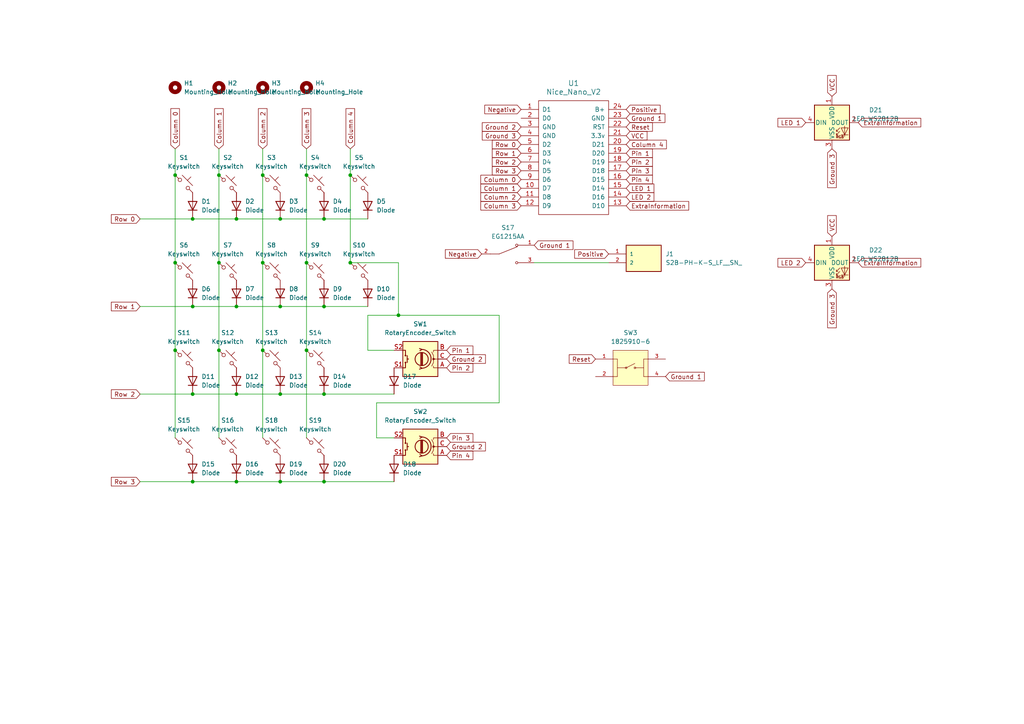
<source format=kicad_sch>
(kicad_sch (version 20230121) (generator eeschema)
  (paper "A4")
  (lib_symbols
    (symbol "1825910-6:1825910-6" (pin_names (offset 1.016))
      (property "Reference" "SW" (at -5.0897 5.8532 0))
      (property "Value" "1825910-6" (at -5.0883 -7.6325 0))
      (symbol "1825910-6_0_0"
        (rectangle (start -5.08 -5.08) (end 5.08 5.08) (stroke (width 0.127)) (fill (type background)))
        (circle (center -1.27 0) (radius 0.254) (stroke (width 0.127)))
        (polyline (pts (xy -5.08 2.54) (xy -3.81 2.54)) (stroke (width 0.127)))
        (polyline (pts (xy -3.81 -2.54) (xy -5.08 -2.54)) (stroke (width 0.127)))
        (polyline (pts (xy -3.81 0) (xy -3.81 -2.54)) (stroke (width 0.127)))
        (polyline (pts (xy -3.81 0) (xy -1.27 0)) (stroke (width 0.127)))
        (polyline (pts (xy -3.81 2.54) (xy -3.81 0)) (stroke (width 0.127)))
        (polyline (pts (xy -1.27 0) (xy 1.27 1.27)) (stroke (width 0.127)))
        (polyline (pts (xy 1.27 0) (xy 3.81 0)) (stroke (width 0.127)))
        (polyline (pts (xy 3.81 -2.54) (xy 5.08 -2.54)) (stroke (width 0.127)))
        (polyline (pts (xy 3.81 0) (xy 3.81 -2.54)) (stroke (width 0.127)))
        (polyline (pts (xy 3.81 0) (xy 3.81 2.54)) (stroke (width 0.127)))
        (polyline (pts (xy 3.81 2.54) (xy 5.08 2.54)) (stroke (width 0.127)))
        (circle (center 1.27 0) (radius 0.254) (stroke (width 0.127)))
        (pin passive line (at -10.16 2.54 0) (length 5.08) (name "~") (number "1"))
        (pin passive line (at -10.16 -2.54 0) (length 5.08) (name "~") (number "2"))
        (pin passive line (at 10.16 2.54 180) (length 5.08) (name "~") (number "3"))
        (pin passive line (at 10.16 -2.54 180) (length 5.08) (name "~") (number "4"))
      )
    )
    (symbol "Device:RotaryEncoder_Switch" (pin_names (offset 0.254) hide)
      (property "Reference" "SW" (at 0 6.604 0))
      (property "Value" "RotaryEncoder_Switch" (at 0 -6.604 0))
      (symbol "RotaryEncoder_Switch_0_1"
        (rectangle (start -5.08 5.08) (end 5.08 -5.08) (stroke (width 0.254)) (fill (type background)))
        (circle (center -3.81 0) (radius 0.254) (fill (type outline)))
        (circle (center -0.381 0) (radius 1.905) (stroke (width 0.254)))
        (arc (start -0.381 2.667) (mid -3.0988 -0.0635) (end -0.381 -2.794) (stroke (width 0.254)))
        (polyline (pts (xy -0.635 -1.778) (xy -0.635 1.778)) (stroke (width 0.254)))
        (polyline (pts (xy -0.381 -1.778) (xy -0.381 1.778)) (stroke (width 0.254)))
        (polyline (pts (xy -0.127 1.778) (xy -0.127 -1.778)) (stroke (width 0.254)))
        (polyline (pts (xy 3.81 0) (xy 3.429 0)) (stroke (width 0.254)))
        (polyline (pts (xy 3.81 1.016) (xy 3.81 -1.016)) (stroke (width 0.254)))
        (polyline (pts (xy -5.08 -2.54) (xy -3.81 -2.54) (xy -3.81 -2.032)))
        (polyline (pts (xy -5.08 2.54) (xy -3.81 2.54) (xy -3.81 2.032)))
        (polyline (pts (xy 0.254 -3.048) (xy -0.508 -2.794) (xy 0.127 -2.413)) (stroke (width 0.254)))
        (polyline (pts (xy 0.254 2.921) (xy -0.508 2.667) (xy 0.127 2.286)) (stroke (width 0.254)))
        (polyline (pts (xy 5.08 -2.54) (xy 4.318 -2.54) (xy 4.318 -1.016)) (stroke (width 0.254)))
        (polyline (pts (xy 5.08 2.54) (xy 4.318 2.54) (xy 4.318 1.016)) (stroke (width 0.254)))
        (polyline (pts (xy -5.08 0) (xy -3.81 0) (xy -3.81 -1.016) (xy -3.302 -2.032)))
        (polyline (pts (xy -4.318 0) (xy -3.81 0) (xy -3.81 1.016) (xy -3.302 2.032)))
        (circle (center 4.318 -1.016) (radius 0.127) (stroke (width 0.254)))
        (circle (center 4.318 1.016) (radius 0.127) (stroke (width 0.254)))
      )
      (symbol "RotaryEncoder_Switch_1_1"
        (pin passive line (at -7.62 2.54 0) (length 2.54) (name "A") (number "A"))
        (pin passive line (at -7.62 -2.54 0) (length 2.54) (name "B") (number "B"))
        (pin passive line (at -7.62 0 0) (length 2.54) (name "C") (number "C"))
        (pin passive line (at 7.62 2.54 180) (length 2.54) (name "S1") (number "S1"))
        (pin passive line (at 7.62 -2.54 180) (length 2.54) (name "S2") (number "S2"))
      )
    )
    (symbol "EG1215AA:EG1215AA" (pin_names (offset 1.016))
      (property "Reference" "S" (at -2.54 5.08 0))
      (property "Value" "EG1215AA" (at -2.54 -5.08 0))
      (symbol "EG1215AA_0_0"
        (polyline (pts (xy -2.54 0) (xy -5.08 0)) (stroke (width 0.1524)))
        (polyline (pts (xy -2.54 0) (xy 2.794 2.1336)) (stroke (width 0.1524)))
        (polyline (pts (xy 5.08 -2.54) (xy 2.921 -2.54)) (stroke (width 0.1524)))
        (polyline (pts (xy 5.08 2.54) (xy 2.921 2.54)) (stroke (width 0.1524)))
        (circle (center 2.54 -2.54) (radius 0.3302) (stroke (width 0.1524)))
        (circle (center 2.54 2.54) (radius 0.3302) (stroke (width 0.1524)))
        (pin passive line (at 7.62 2.54 180) (length 2.54) (name "~") (number "1"))
        (pin passive line (at -7.62 0 0) (length 2.54) (name "~") (number "2"))
        (pin passive line (at 7.62 -2.54 180) (length 2.54) (name "~") (number "3"))
      )
    )
    (symbol "S2B-PH-K-S_LF__SN_:S2B-PH-K-S_LF__SN_" (pin_names (offset 1.016))
      (property "Reference" "J" (at -5.08 3.302 0))
      (property "Value" "S2B-PH-K-S_LF__SN_" (at -5.08 -7.62 0))
      (symbol "S2B-PH-K-S_LF__SN__0_0"
        (rectangle (start -5.08 -5.08) (end 5.08 2.54) (stroke (width 0.254)) (fill (type background)))
        (pin passive line (at -10.16 0 0) (length 5.08) (name "1") (number "1"))
        (pin passive line (at -10.16 -2.54 0) (length 5.08) (name "2") (number "2"))
      )
    )
    (symbol "ScottoKeebs:LED_WS2812B" (pin_names (offset 0.254))
      (property "Reference" "D" (at 5.08 5.715 0))
      (property "Value" "LED_WS2812B" (at 1.27 -5.715 0))
      (symbol "LED_WS2812B_0_0"
        (text "RGB" (at 2.286 -4.191 0) (effects (font (size 0.762 0.762))))
      )
      (symbol "LED_WS2812B_0_1"
        (polyline (pts (xy 1.27 -3.556) (xy 1.778 -3.556)))
        (polyline (pts (xy 1.27 -2.54) (xy 1.778 -2.54)))
        (polyline (pts (xy 4.699 -3.556) (xy 2.667 -3.556)))
        (polyline (pts (xy 2.286 -2.54) (xy 1.27 -3.556) (xy 1.27 -3.048)))
        (polyline (pts (xy 2.286 -1.524) (xy 1.27 -2.54) (xy 1.27 -2.032)))
        (polyline (pts (xy 3.683 -1.016) (xy 3.683 -3.556) (xy 3.683 -4.064)))
        (polyline (pts (xy 4.699 -1.524) (xy 2.667 -1.524) (xy 3.683 -3.556) (xy 4.699 -1.524)))
        (rectangle (start 5.08 5.08) (end -5.08 -5.08) (stroke (width 0.254)) (fill (type background)))
      )
      (symbol "LED_WS2812B_1_1"
        (pin power_in line (at 0 7.62 270) (length 2.54) (name "VDD") (number "1"))
        (pin output line (at 7.62 0 180) (length 2.54) (name "DOUT") (number "2"))
        (pin power_in line (at 0 -7.62 90) (length 2.54) (name "VSS") (number "3"))
        (pin input line (at -7.62 0 0) (length 2.54) (name "DIN") (number "4"))
      )
    )
    (symbol "ScottoKeebs:MCU_Nice_Nano_V2" (pin_names (offset 1.016))
      (property "Reference" "U" (at 0 0 0))
      (property "Value" "Nice_Nano_V2" (at 0 -19.05 0))
      (symbol "MCU_Nice_Nano_V2_0_1"
        (rectangle (start -10.16 16.51) (end 10.16 -16.51))
      )
      (symbol "MCU_Nice_Nano_V2_1_1"
        (pin input line (at -15.24 13.97 0) (length 5.08) (name "D1") (number "1"))
        (pin input line (at -15.24 -8.89 0) (length 5.08) (name "D7") (number "10"))
        (pin input line (at -15.24 -11.43 0) (length 5.08) (name "D8") (number "11"))
        (pin input line (at -15.24 -13.97 0) (length 5.08) (name "D9") (number "12"))
        (pin input line (at 15.24 -13.97 180) (length 5.08) (name "D10") (number "13"))
        (pin input line (at 15.24 -11.43 180) (length 5.08) (name "D16") (number "14"))
        (pin input line (at 15.24 -8.89 180) (length 5.08) (name "D14") (number "15"))
        (pin input line (at 15.24 -6.35 180) (length 5.08) (name "D15") (number "16"))
        (pin input line (at 15.24 -3.81 180) (length 5.08) (name "D18") (number "17"))
        (pin input line (at 15.24 -1.27 180) (length 5.08) (name "D19") (number "18"))
        (pin input line (at 15.24 1.27 180) (length 5.08) (name "D20") (number "19"))
        (pin input line (at -15.24 11.43 0) (length 5.08) (name "D0") (number "2"))
        (pin input line (at 15.24 3.81 180) (length 5.08) (name "D21") (number "20"))
        (pin input line (at 15.24 6.35 180) (length 5.08) (name "3.3v") (number "21"))
        (pin input line (at 15.24 8.89 180) (length 5.08) (name "RST") (number "22"))
        (pin input line (at 15.24 11.43 180) (length 5.08) (name "GND") (number "23"))
        (pin input line (at 15.24 13.97 180) (length 5.08) (name "B+") (number "24"))
        (pin input line (at -15.24 8.89 0) (length 5.08) (name "GND") (number "3"))
        (pin input line (at -15.24 6.35 0) (length 5.08) (name "GND") (number "4"))
        (pin input line (at -15.24 3.81 0) (length 5.08) (name "D2") (number "5"))
        (pin input line (at -15.24 1.27 0) (length 5.08) (name "D3") (number "6"))
        (pin input line (at -15.24 -1.27 0) (length 5.08) (name "D4") (number "7"))
        (pin input line (at -15.24 -3.81 0) (length 5.08) (name "D5") (number "8"))
        (pin input line (at -15.24 -6.35 0) (length 5.08) (name "D6") (number "9"))
      )
    )
    (symbol "ScottoKeebs:Placeholder_Diode" (pin_numbers hide) (pin_names hide)
      (property "Reference" "D" (at 0 2.54 0))
      (property "Value" "Diode" (at 0 -2.54 0))
      (symbol "Placeholder_Diode_0_1"
        (polyline (pts (xy -1.27 1.27) (xy -1.27 -1.27)) (stroke (width 0.254)))
        (polyline (pts (xy 1.27 0) (xy -1.27 0)))
        (polyline (pts (xy 1.27 1.27) (xy 1.27 -1.27) (xy -1.27 0) (xy 1.27 1.27)) (stroke (width 0.254)))
      )
      (symbol "Placeholder_Diode_1_1"
        (pin passive line (at -3.81 0 0) (length 2.54) (name "K") (number "1"))
        (pin passive line (at 3.81 0 180) (length 2.54) (name "A") (number "2"))
      )
    )
    (symbol "ScottoKeebs:Placeholder_Keyswitch" (pin_numbers hide) (pin_names (offset 1.016) hide)
      (property "Reference" "S" (at 3.048 1.016 0))
      (property "Value" "Keyswitch" (at 0 -3.81 0))
      (symbol "Placeholder_Keyswitch_0_1"
        (circle (center -1.1684 1.1684) (radius 0.508))
        (polyline (pts (xy -0.508 2.54) (xy 2.54 -0.508)))
        (polyline (pts (xy 1.016 1.016) (xy 2.032 2.032)))
        (polyline (pts (xy -2.54 2.54) (xy -1.524 1.524) (xy -1.524 1.524)))
        (polyline (pts (xy 1.524 -1.524) (xy 2.54 -2.54) (xy 2.54 -2.54) (xy 2.54 -2.54)))
        (circle (center 1.143 -1.1938) (radius 0.508))
        (pin passive line (at -2.54 2.54 0) (length 0) (name "1") (number "1"))
        (pin passive line (at 2.54 -2.54 180) (length 0) (name "2") (number "2"))
      )
    )
    (symbol "ScottoKeebs:Placeholder_Mounting_Hole" (pin_names (offset 1.016))
      (property "Reference" "H" (at 0 5.08 0))
      (property "Value" "Mounting_Hole" (at 0 3.175 0))
      (symbol "Placeholder_Mounting_Hole_0_1"
        (circle (center 0 0) (radius 1.27) (stroke (width 1.27)))
      )
    )
  )
  (junction (at 68.58 88.9))
  (junction (at 50.8 76.2))
  (junction (at 76.2 76.2))
  (junction (at 50.8 101.6))
  (junction (at 81.28 114.3))
  (junction (at 81.28 88.9))
  (junction (at 55.88 114.3))
  (junction (at 93.98 139.7))
  (junction (at 93.98 63.5))
  (junction (at 68.58 139.7))
  (junction (at 76.2 50.8))
  (junction (at 63.5 76.2))
  (junction (at 88.9 50.8))
  (junction (at 63.5 101.6))
  (junction (at 101.6 76.2))
  (junction (at 55.88 139.7))
  (junction (at 55.88 63.5))
  (junction (at 50.8 50.8))
  (junction (at 101.6 50.8))
  (junction (at 88.9 101.6))
  (junction (at 76.2 101.6))
  (junction (at 88.9 76.2))
  (junction (at 115.57 91.44))
  (junction (at 93.98 114.3))
  (junction (at 93.98 88.9))
  (junction (at 55.88 88.9))
  (junction (at 63.5 50.8))
  (junction (at 68.58 63.5))
  (junction (at 81.28 139.7))
  (junction (at 68.58 114.3))
  (junction (at 81.28 63.5))
  (wire (pts (xy 63.5 43.18) (xy 63.5 50.8)))
  (wire (pts (xy 68.58 88.9) (xy 81.28 88.9)))
  (wire (pts (xy 93.98 88.9) (xy 106.68 88.9)))
  (wire (pts (xy 40.64 88.9) (xy 55.88 88.9)))
  (wire (pts (xy 68.58 63.5) (xy 81.28 63.5)))
  (wire (pts (xy 115.57 76.2) (xy 115.57 91.44)))
  (wire (pts (xy 81.28 139.7) (xy 93.98 139.7)))
  (wire (pts (xy 109.22 116.84) (xy 144.78 116.84)))
  (wire (pts (xy 88.9 43.18) (xy 88.9 50.8)))
  (wire (pts (xy 50.8 43.18) (xy 50.8 50.8)))
  (wire (pts (xy 63.5 76.2) (xy 63.5 101.6)))
  (wire (pts (xy 68.58 114.3) (xy 81.28 114.3)))
  (wire (pts (xy 93.98 139.7) (xy 114.3 139.7)))
  (wire (pts (xy 109.22 127) (xy 114.3 127)))
  (wire (pts (xy 88.9 101.6) (xy 88.9 127)))
  (wire (pts (xy 81.28 114.3) (xy 93.98 114.3)))
  (wire (pts (xy 144.78 91.44) (xy 144.78 116.84)))
  (wire (pts (xy 81.28 63.5) (xy 93.98 63.5)))
  (wire (pts (xy 76.2 101.6) (xy 76.2 127)))
  (wire (pts (xy 40.64 139.7) (xy 55.88 139.7)))
  (wire (pts (xy 101.6 43.18) (xy 101.6 50.8)))
  (wire (pts (xy 106.68 101.6) (xy 114.3 101.6)))
  (wire (pts (xy 88.9 50.8) (xy 88.9 76.2)))
  (wire (pts (xy 76.2 76.2) (xy 76.2 101.6)))
  (wire (pts (xy 63.5 101.6) (xy 63.5 127)))
  (wire (pts (xy 93.98 63.5) (xy 106.68 63.5)))
  (wire (pts (xy 63.5 50.8) (xy 63.5 76.2)))
  (wire (pts (xy 88.9 76.2) (xy 88.9 101.6)))
  (wire (pts (xy 76.2 43.18) (xy 76.2 50.8)))
  (wire (pts (xy 55.88 63.5) (xy 68.58 63.5)))
  (wire (pts (xy 76.2 50.8) (xy 76.2 76.2)))
  (wire (pts (xy 106.68 91.44) (xy 115.57 91.44)))
  (wire (pts (xy 154.94 76.2) (xy 176.53 76.2)))
  (wire (pts (xy 40.64 114.3) (xy 55.88 114.3)))
  (wire (pts (xy 68.58 139.7) (xy 81.28 139.7)))
  (wire (pts (xy 55.88 88.9) (xy 68.58 88.9)))
  (wire (pts (xy 106.68 91.44) (xy 106.68 101.6)))
  (wire (pts (xy 55.88 139.7) (xy 68.58 139.7)))
  (wire (pts (xy 40.64 63.5) (xy 55.88 63.5)))
  (wire (pts (xy 81.28 88.9) (xy 93.98 88.9)))
  (wire (pts (xy 50.8 101.6) (xy 50.8 127)))
  (wire (pts (xy 50.8 76.2) (xy 50.8 101.6)))
  (wire (pts (xy 109.22 116.84) (xy 109.22 127)))
  (wire (pts (xy 93.98 114.3) (xy 114.3 114.3)))
  (wire (pts (xy 115.57 91.44) (xy 144.78 91.44)))
  (wire (pts (xy 101.6 50.8) (xy 101.6 76.2)))
  (wire (pts (xy 55.88 114.3) (xy 68.58 114.3)))
  (wire (pts (xy 101.6 76.2) (xy 115.57 76.2)))
  (wire (pts (xy 50.8 50.8) (xy 50.8 76.2)))
  (global_label "Ground 3" (shape input) (at 241.3 43.18 270) (property "Intersheetrefs" "${INTERSHEET_REFS}" (effects hide)))
  (global_label "Column 1" (shape input) (at 63.5 43.18 90) (property "Intersheetrefs" "${INTERSHEET_REFS}" (effects hide)))
  (global_label "VCC" (shape input) (at 241.3 27.94 90) (property "Intersheetrefs" "${INTERSHEET_REFS}" (effects hide)))
  (global_label "Column 0" (shape input) (at 151.13 52.07 180) (property "Intersheetrefs" "${INTERSHEET_REFS}" (effects hide)))
  (global_label "ExtraInformation" (shape input) (at 248.92 35.56 0) (property "Intersheetrefs" "${INTERSHEET_REFS}" (effects hide)))
  (global_label "Pin 3" (shape input) (at 181.61 49.53 0) (property "Intersheetrefs" "${INTERSHEET_REFS}" (effects hide)))
  (global_label "Ground 1" (shape input) (at 181.61 34.29 0) (property "Intersheetrefs" "${INTERSHEET_REFS}" (effects hide)))
  (global_label "Row 2" (shape input) (at 151.13 46.99 180) (property "Intersheetrefs" "${INTERSHEET_REFS}" (effects hide)))
  (global_label "Row 3" (shape input) (at 40.64 139.7 180) (property "Intersheetrefs" "${INTERSHEET_REFS}" (effects hide)))
  (global_label "Pin 4" (shape input) (at 129.54 132.08 0) (property "Intersheetrefs" "${INTERSHEET_REFS}" (effects hide)))
  (global_label "ExtraInformation" (shape input) (at 248.92 76.2 0) (property "Intersheetrefs" "${INTERSHEET_REFS}" (effects hide)))
  (global_label "Ground 1" (shape input) (at 193.04 109.22 0) (property "Intersheetrefs" "${INTERSHEET_REFS}" (effects hide)))
  (global_label "Negative" (shape input) (at 151.13 31.75 180) (property "Intersheetrefs" "${INTERSHEET_REFS}" (effects hide)))
  (global_label "Row 1" (shape input) (at 151.13 44.45 180) (property "Intersheetrefs" "${INTERSHEET_REFS}" (effects hide)))
  (global_label "ExtraInformation" (shape input) (at 181.61 59.69 0) (property "Intersheetrefs" "${INTERSHEET_REFS}" (effects hide)))
  (global_label "Ground 3" (shape input) (at 151.13 39.37 180) (property "Intersheetrefs" "${INTERSHEET_REFS}" (effects hide)))
  (global_label "Positive" (shape input) (at 176.53 73.66 180) (property "Intersheetrefs" "${INTERSHEET_REFS}" (effects hide)))
  (global_label "Ground 2" (shape input) (at 129.54 104.14 0) (property "Intersheetrefs" "${INTERSHEET_REFS}" (effects hide)))
  (global_label "Column 1" (shape input) (at 151.13 54.61 180) (property "Intersheetrefs" "${INTERSHEET_REFS}" (effects hide)))
  (global_label "Pin 3" (shape input) (at 129.54 127 0) (property "Intersheetrefs" "${INTERSHEET_REFS}" (effects hide)))
  (global_label "LED 1" (shape input) (at 181.61 54.61 0) (property "Intersheetrefs" "${INTERSHEET_REFS}" (effects hide)))
  (global_label "Column 0" (shape input) (at 50.8 43.18 90) (property "Intersheetrefs" "${INTERSHEET_REFS}" (effects hide)))
  (global_label "Pin 4" (shape input) (at 181.61 52.07 0) (property "Intersheetrefs" "${INTERSHEET_REFS}" (effects hide)))
  (global_label "Pin 2" (shape input) (at 129.54 106.68 0) (property "Intersheetrefs" "${INTERSHEET_REFS}" (effects hide)))
  (global_label "Row 0" (shape input) (at 40.64 63.5 180) (property "Intersheetrefs" "${INTERSHEET_REFS}" (effects hide)))
  (global_label "Row 3" (shape input) (at 151.13 49.53 180) (property "Intersheetrefs" "${INTERSHEET_REFS}" (effects hide)))
  (global_label "Pin 1" (shape input) (at 181.61 44.45 0) (property "Intersheetrefs" "${INTERSHEET_REFS}" (effects hide)))
  (global_label "Positive" (shape input) (at 181.61 31.75 0) (property "Intersheetrefs" "${INTERSHEET_REFS}" (effects hide)))
  (global_label "Column 3" (shape input) (at 151.13 59.69 180) (property "Intersheetrefs" "${INTERSHEET_REFS}" (effects hide)))
  (global_label "Column 2" (shape input) (at 76.2 43.18 90) (property "Intersheetrefs" "${INTERSHEET_REFS}" (effects hide)))
  (global_label "Reset" (shape input) (at 181.61 36.83 0) (property "Intersheetrefs" "${INTERSHEET_REFS}" (effects hide)))
  (global_label "Column 4" (shape input) (at 101.6 43.18 90) (property "Intersheetrefs" "${INTERSHEET_REFS}" (effects hide)))
  (global_label "Row 2" (shape input) (at 40.64 114.3 180) (property "Intersheetrefs" "${INTERSHEET_REFS}" (effects hide)))
  (global_label "Column 4" (shape input) (at 181.61 41.91 0) (property "Intersheetrefs" "${INTERSHEET_REFS}" (effects hide)))
  (global_label "Ground 1" (shape input) (at 154.94 71.12 0) (property "Intersheetrefs" "${INTERSHEET_REFS}" (effects hide)))
  (global_label "VCC" (shape input) (at 181.61 39.37 0) (property "Intersheetrefs" "${INTERSHEET_REFS}" (effects hide)))
  (global_label "LED 2" (shape input) (at 181.61 57.15 0) (property "Intersheetrefs" "${INTERSHEET_REFS}" (effects hide)))
  (global_label "Ground 2" (shape input) (at 151.13 36.83 180) (property "Intersheetrefs" "${INTERSHEET_REFS}" (effects hide)))
  (global_label "Row 1" (shape input) (at 40.64 88.9 180) (property "Intersheetrefs" "${INTERSHEET_REFS}" (effects hide)))
  (global_label "Ground 3" (shape input) (at 241.3 83.82 270) (property "Intersheetrefs" "${INTERSHEET_REFS}" (effects hide)))
  (global_label "Pin 1" (shape input) (at 129.54 101.6 0) (property "Intersheetrefs" "${INTERSHEET_REFS}" (effects hide)))
  (global_label "VCC" (shape input) (at 241.3 68.58 90) (property "Intersheetrefs" "${INTERSHEET_REFS}" (effects hide)))
  (global_label "Ground 2" (shape input) (at 129.54 129.54 0) (property "Intersheetrefs" "${INTERSHEET_REFS}" (effects hide)))
  (global_label "LED 2" (shape input) (at 233.68 76.2 180) (property "Intersheetrefs" "${INTERSHEET_REFS}" (effects hide)))
  (global_label "Pin 2" (shape input) (at 181.61 46.99 0) (property "Intersheetrefs" "${INTERSHEET_REFS}" (effects hide)))
  (global_label "Negative" (shape input) (at 139.7 73.66 180) (property "Intersheetrefs" "${INTERSHEET_REFS}" (effects hide)))
  (global_label "Row 0" (shape input) (at 151.13 41.91 180) (property "Intersheetrefs" "${INTERSHEET_REFS}" (effects hide)))
  (global_label "Column 3" (shape input) (at 88.9 43.18 90) (property "Intersheetrefs" "${INTERSHEET_REFS}" (effects hide)))
  (global_label "Column 2" (shape input) (at 151.13 57.15 180) (property "Intersheetrefs" "${INTERSHEET_REFS}" (effects hide)))
  (global_label "LED 1" (shape input) (at 233.68 35.56 180) (property "Intersheetrefs" "${INTERSHEET_REFS}" (effects hide)))
  (global_label "Reset" (shape input) (at 172.72 104.14 180) (property "Intersheetrefs" "${INTERSHEET_REFS}" (effects hide)))
  (symbol (lib_id "ScottoKeebs:Placeholder_Keyswitch") (at 104.14 53.34 0) (unit 1)
    (property "Reference" "S5" (at 104.14 45.72 0))
    (property "Value" "Keyswitch" (at 104.14 48.26 0))
    (property "Footprint" "ScottoKeebs_Hotswap:Hotswap_MX_1.00u" (effects hide))
  )
  (symbol (lib_id "ScottoKeebs:Placeholder_Keyswitch") (at 91.44 129.54 0) (unit 1)
    (property "Reference" "S19" (at 91.44 121.92 0))
    (property "Value" "Keyswitch" (at 91.44 124.46 0))
    (property "Footprint" "ScottoKeebs_Hotswap:Hotswap_MX_1.00u" (effects hide))
  )
  (symbol (lib_id "ScottoKeebs:Placeholder_Diode") (at 68.58 110.49 90) (unit 1)
    (property "Reference" "D12" (at 71.12 109.22 90) (effects (justify right)))
    (property "Value" "Diode" (at 71.12 111.76 90) (effects (justify right)))
    (property "Footprint" "ScottoKeebs_Components:Diode_SOD-123" (effects hide))
    (property "Sim.Device" "D" (effects hide))
    (property "Sim.Pins" "1=K 2=A" (effects hide))
  )
  (symbol (lib_id "ScottoKeebs:Placeholder_Mounting_Hole") (at 50.8 25.4 0) (unit 1)
    (property "Reference" "H1" (at 53.34 24.13 0) (effects (justify left)))
    (property "Value" "Mounting_Hole" (at 53.34 26.67 0) (effects (justify left)))
    (property "Footprint" "MountingHole:MountingHole_2.5mm" (effects hide))
  )
  (symbol (lib_id "ScottoKeebs:Placeholder_Keyswitch") (at 66.04 104.14 0) (unit 1)
    (property "Reference" "S12" (at 66.04 96.52 0))
    (property "Value" "Keyswitch" (at 66.04 99.06 0))
    (property "Footprint" "ScottoKeebs_Hotswap:Hotswap_MX_1.00u" (effects hide))
  )
  (symbol (lib_id "ScottoKeebs:Placeholder_Keyswitch") (at 53.34 104.14 0) (unit 1)
    (property "Reference" "S11" (at 53.34 96.52 0))
    (property "Value" "Keyswitch" (at 53.34 99.06 0))
    (property "Footprint" "ScottoKeebs_Hotswap:Hotswap_MX_1.00u" (effects hide))
  )
  (symbol (lib_id "ScottoKeebs:Placeholder_Diode") (at 93.98 85.09 90) (unit 1)
    (property "Reference" "D9" (at 96.52 83.82 90) (effects (justify right)))
    (property "Value" "Diode" (at 96.52 86.36 90) (effects (justify right)))
    (property "Footprint" "ScottoKeebs_Components:Diode_SOD-123" (effects hide))
    (property "Sim.Device" "D" (effects hide))
    (property "Sim.Pins" "1=K 2=A" (effects hide))
  )
  (symbol (lib_id "ScottoKeebs:MCU_Nice_Nano_V2") (at 166.37 45.72 0) (unit 1)
    (property "Reference" "U1" (at 166.37 24.13 0) (effects (font (size 1.524 1.524))))
    (property "Value" "Nice_Nano_V2" (at 166.37 26.67 0) (effects (font (size 1.524 1.524))))
    (property "Footprint" "ScottoKeebs_MCU:Nice_Nano_V2" (effects hide))
  )
  (symbol (lib_id "ScottoKeebs:Placeholder_Keyswitch") (at 78.74 53.34 0) (unit 1)
    (property "Reference" "S3" (at 78.74 45.72 0))
    (property "Value" "Keyswitch" (at 78.74 48.26 0))
    (property "Footprint" "ScottoKeebs_Hotswap:Hotswap_MX_1.00u" (effects hide))
  )
  (symbol (lib_id "ScottoKeebs:Placeholder_Keyswitch") (at 91.44 104.14 0) (unit 1)
    (property "Reference" "S14" (at 91.44 96.52 0))
    (property "Value" "Keyswitch" (at 91.44 99.06 0))
    (property "Footprint" "ScottoKeebs_Hotswap:Hotswap_MX_1.00u" (effects hide))
  )
  (symbol (lib_id "ScottoKeebs:LED_WS2812B") (at 241.3 35.56 0) (unit 1)
    (property "Reference" "D21" (at 254 31.9121 0))
    (property "Value" "LED_WS2812B" (at 254 34.4521 0))
    (property "Footprint" "ScottoKeebs_Components:LED_WS2812B" (effects hide))
    (property "Datasheet" "https://cdn-shop.adafruit.com/datasheets/WS2812B.pdf" (effects hide))
  )
  (symbol (lib_id "ScottoKeebs:Placeholder_Mounting_Hole") (at 88.9 25.4 0) (unit 1)
    (property "Reference" "H4" (at 91.44 24.13 0) (effects (justify left)))
    (property "Value" "Mounting_Hole" (at 91.44 26.67 0) (effects (justify left)))
    (property "Footprint" "MountingHole:MountingHole_2.5mm" (effects hide))
  )
  (symbol (lib_id "ScottoKeebs:Placeholder_Diode") (at 81.28 110.49 90) (unit 1)
    (property "Reference" "D13" (at 83.82 109.22 90) (effects (justify right)))
    (property "Value" "Diode" (at 83.82 111.76 90) (effects (justify right)))
    (property "Footprint" "ScottoKeebs_Components:Diode_SOD-123" (effects hide))
    (property "Sim.Device" "D" (effects hide))
    (property "Sim.Pins" "1=K 2=A" (effects hide))
  )
  (symbol (lib_id "ScottoKeebs:Placeholder_Diode") (at 55.88 135.89 90) (unit 1)
    (property "Reference" "D15" (at 58.42 134.62 90) (effects (justify right)))
    (property "Value" "Diode" (at 58.42 137.16 90) (effects (justify right)))
    (property "Footprint" "ScottoKeebs_Components:Diode_SOD-123" (effects hide))
    (property "Sim.Device" "D" (effects hide))
    (property "Sim.Pins" "1=K 2=A" (effects hide))
  )
  (symbol (lib_id "1825910-6:1825910-6") (at 182.88 106.68 0) (unit 1)
    (property "Reference" "SW3" (at 182.88 96.52 0))
    (property "Value" "1825910-6" (at 182.88 99.06 0))
    (property "Footprint" "1825910-6:SW_1825910-6-4" (effects hide))
    (property "Comment" "1825910-6" (effects hide))
    (property "MF" "TE Connectivity" (effects hide))
    (property "Description" "\nSwitch Push Button OFF (ON) SPST Round Button 0.05A 24VDC Momentary Contact PC Pins Thru-Hole\n" (effects hide))
    (property "Package" "None" (effects hide))
    (property "Price" "None" (effects hide))
    (property "Check_prices" "https://www.snapeda.com/parts/1825910-6/TE+Connectivity+ALCOSWITCH+Switches/view-part/?ref=eda" (effects hide))
    (property "STANDARD" "Manufacturer Recommendations" (effects hide))
    (property "PARTREV" "C10" (effects hide))
    (property "SnapEDA_Link" "https://www.snapeda.com/parts/1825910-6/TE+Connectivity+ALCOSWITCH+Switches/view-part/?ref=snap" (effects hide))
    (property "MP" "1825910-6" (effects hide))
    (property "Purchase-URL" "https://www.snapeda.com/api/url_track_click_mouser/?unipart_id=226996&manufacturer=TE Connectivity&part_name=1825910-6&search_term=None" (effects hide))
    (property "Availability" "In Stock" (effects hide))
    (property "MANUFACTURER" "TE CONNECTIVITY" (effects hide))
  )
  (symbol (lib_id "ScottoKeebs:Placeholder_Diode") (at 81.28 135.89 90) (unit 1)
    (property "Reference" "D19" (at 83.82 134.62 90) (effects (justify right)))
    (property "Value" "Diode" (at 83.82 137.16 90) (effects (justify right)))
    (property "Footprint" "ScottoKeebs_Components:Diode_SOD-123" (effects hide))
    (property "Sim.Device" "D" (effects hide))
    (property "Sim.Pins" "1=K 2=A" (effects hide))
  )
  (symbol (lib_id "ScottoKeebs:Placeholder_Diode") (at 93.98 135.89 90) (unit 1)
    (property "Reference" "D20" (at 96.52 134.62 90) (effects (justify right)))
    (property "Value" "Diode" (at 96.52 137.16 90) (effects (justify right)))
    (property "Footprint" "ScottoKeebs_Components:Diode_SOD-123" (effects hide))
    (property "Sim.Device" "D" (effects hide))
    (property "Sim.Pins" "1=K 2=A" (effects hide))
  )
  (symbol (lib_id "ScottoKeebs:Placeholder_Keyswitch") (at 53.34 129.54 0) (unit 1)
    (property "Reference" "S15" (at 53.34 121.92 0))
    (property "Value" "Keyswitch" (at 53.34 124.46 0))
    (property "Footprint" "ScottoKeebs_Hotswap:Hotswap_MX_1.00u" (effects hide))
  )
  (symbol (lib_id "ScottoKeebs:Placeholder_Keyswitch") (at 78.74 129.54 0) (unit 1)
    (property "Reference" "S18" (at 78.74 121.92 0))
    (property "Value" "Keyswitch" (at 78.74 124.46 0))
    (property "Footprint" "ScottoKeebs_Hotswap:Hotswap_MX_1.00u" (effects hide))
  )
  (symbol (lib_id "ScottoKeebs:LED_WS2812B") (at 241.3 76.2 0) (unit 1)
    (property "Reference" "D22" (at 254 72.5521 0))
    (property "Value" "LED_WS2812B" (at 254 75.0921 0))
    (property "Footprint" "ScottoKeebs_Components:LED_WS2812B" (effects hide))
    (property "Datasheet" "https://cdn-shop.adafruit.com/datasheets/WS2812B.pdf" (effects hide))
  )
  (symbol (lib_id "ScottoKeebs:Placeholder_Diode") (at 106.68 85.09 90) (unit 1)
    (property "Reference" "D10" (at 109.22 83.82 90) (effects (justify right)))
    (property "Value" "Diode" (at 109.22 86.36 90) (effects (justify right)))
    (property "Footprint" "ScottoKeebs_Components:Diode_SOD-123" (effects hide))
    (property "Sim.Device" "D" (effects hide))
    (property "Sim.Pins" "1=K 2=A" (effects hide))
  )
  (symbol (lib_id "ScottoKeebs:Placeholder_Keyswitch") (at 66.04 129.54 0) (unit 1)
    (property "Reference" "S16" (at 66.04 121.92 0))
    (property "Value" "Keyswitch" (at 66.04 124.46 0))
    (property "Footprint" "ScottoKeebs_Hotswap:Hotswap_MX_1.00u" (effects hide))
  )
  (symbol (lib_id "ScottoKeebs:Placeholder_Mounting_Hole") (at 76.2 25.4 0) (unit 1)
    (property "Reference" "H3" (at 78.74 24.13 0) (effects (justify left)))
    (property "Value" "Mounting_Hole" (at 78.74 26.67 0) (effects (justify left)))
    (property "Footprint" "MountingHole:MountingHole_2.5mm" (effects hide))
  )
  (symbol (lib_id "Device:RotaryEncoder_Switch") (at 121.92 104.14 180) (unit 1)
    (property "Reference" "SW1" (at 121.92 93.98 0))
    (property "Value" "RotaryEncoder_Switch" (at 121.92 96.52 0))
    (property "Footprint" "Rotary_Encoder:RotaryEncoder_Alps_EC11E-Switch_Vertical_H20mm" (effects hide))
  )
  (symbol (lib_id "Device:RotaryEncoder_Switch") (at 121.92 129.54 180) (unit 1)
    (property "Reference" "SW2" (at 121.92 119.38 0))
    (property "Value" "RotaryEncoder_Switch" (at 121.92 121.92 0))
    (property "Footprint" "Rotary_Encoder:RotaryEncoder_Alps_EC11E-Switch_Vertical_H20mm" (effects hide))
  )
  (symbol (lib_id "ScottoKeebs:Placeholder_Diode") (at 68.58 59.69 90) (unit 1)
    (property "Reference" "D2" (at 71.12 58.42 90) (effects (justify right)))
    (property "Value" "Diode" (at 71.12 60.96 90) (effects (justify right)))
    (property "Footprint" "ScottoKeebs_Components:Diode_SOD-123" (effects hide))
    (property "Sim.Device" "D" (effects hide))
    (property "Sim.Pins" "1=K 2=A" (effects hide))
  )
  (symbol (lib_id "ScottoKeebs:Placeholder_Keyswitch") (at 78.74 78.74 0) (unit 1)
    (property "Reference" "S8" (at 78.74 71.12 0))
    (property "Value" "Keyswitch" (at 78.74 73.66 0))
    (property "Footprint" "ScottoKeebs_Hotswap:Hotswap_MX_1.00u" (effects hide))
  )
  (symbol (lib_id "ScottoKeebs:Placeholder_Keyswitch") (at 66.04 53.34 0) (unit 1)
    (property "Reference" "S2" (at 66.04 45.72 0))
    (property "Value" "Keyswitch" (at 66.04 48.26 0))
    (property "Footprint" "ScottoKeebs_Hotswap:Hotswap_MX_1.00u" (effects hide))
  )
  (symbol (lib_id "ScottoKeebs:Placeholder_Diode") (at 68.58 135.89 90) (unit 1)
    (property "Reference" "D16" (at 71.12 134.62 90) (effects (justify right)))
    (property "Value" "Diode" (at 71.12 137.16 90) (effects (justify right)))
    (property "Footprint" "ScottoKeebs_Components:Diode_SOD-123" (effects hide))
    (property "Sim.Device" "D" (effects hide))
    (property "Sim.Pins" "1=K 2=A" (effects hide))
  )
  (symbol (lib_id "ScottoKeebs:Placeholder_Mounting_Hole") (at 63.5 25.4 0) (unit 1)
    (property "Reference" "H2" (at 66.04 24.13 0) (effects (justify left)))
    (property "Value" "Mounting_Hole" (at 66.04 26.67 0) (effects (justify left)))
    (property "Footprint" "MountingHole:MountingHole_2.5mm" (effects hide))
  )
  (symbol (lib_id "ScottoKeebs:Placeholder_Keyswitch") (at 104.14 78.74 0) (unit 1)
    (property "Reference" "S10" (at 104.14 71.12 0))
    (property "Value" "Keyswitch" (at 104.14 73.66 0))
    (property "Footprint" "ScottoKeebs_Hotswap:Hotswap_MX_1.00u" (effects hide))
  )
  (symbol (lib_id "EG1215AA:EG1215AA") (at 147.32 73.66 0) (unit 1)
    (property "Reference" "S17" (at 147.32 66.04 0))
    (property "Value" "EG1215AA" (at 147.32 68.58 0))
    (property "Footprint" "EG1215AA:SW_EG1215AA" (effects hide))
    (property "MF" "E-Switch" (effects hide))
    (property "MAXIMUM_PACKAGE_HEIGHT" "1.40mm" (effects hide))
    (property "Package" "None" (effects hide))
    (property "Price" "None" (effects hide))
    (property "Check_prices" "https://www.snapeda.com/parts/EG1215AA/E-Switch/view-part/?ref=eda" (effects hide))
    (property "STANDARD" "Manufacturer Recommendations" (effects hide))
    (property "PARTREV" "A" (effects hide))
    (property "SnapEDA_Link" "https://www.snapeda.com/parts/EG1215AA/E-Switch/view-part/?ref=snap" (effects hide))
    (property "MP" "EG1215AA" (effects hide))
    (property "Purchase-URL" "https://www.snapeda.com/api/url_track_click_mouser/?unipart_id=3210616&manufacturer=E-Switch&part_name=EG1215AA&search_term=surface mount switch" (effects hide))
    (property "Description" "\nSlide Switch SPDT Surface Mount, Right Angle\n" (effects hide))
    (property "Availability" "In Stock" (effects hide))
    (property "MANUFACTURER" "E Switch" (effects hide))
  )
  (symbol (lib_id "ScottoKeebs:Placeholder_Keyswitch") (at 78.74 104.14 0) (unit 1)
    (property "Reference" "S13" (at 78.74 96.52 0))
    (property "Value" "Keyswitch" (at 78.74 99.06 0))
    (property "Footprint" "ScottoKeebs_Hotswap:Hotswap_MX_1.00u" (effects hide))
  )
  (symbol (lib_id "ScottoKeebs:Placeholder_Keyswitch") (at 53.34 53.34 0) (unit 1)
    (property "Reference" "S1" (at 53.34 45.72 0))
    (property "Value" "Keyswitch" (at 53.34 48.26 0))
    (property "Footprint" "ScottoKeebs_Hotswap:Hotswap_MX_1.00u" (effects hide))
  )
  (symbol (lib_id "ScottoKeebs:Placeholder_Diode") (at 55.88 85.09 90) (unit 1)
    (property "Reference" "D6" (at 58.42 83.82 90) (effects (justify right)))
    (property "Value" "Diode" (at 58.42 86.36 90) (effects (justify right)))
    (property "Footprint" "ScottoKeebs_Components:Diode_SOD-123" (effects hide))
    (property "Sim.Device" "D" (effects hide))
    (property "Sim.Pins" "1=K 2=A" (effects hide))
  )
  (symbol (lib_id "ScottoKeebs:Placeholder_Diode") (at 93.98 110.49 90) (unit 1)
    (property "Reference" "D14" (at 96.52 109.22 90) (effects (justify right)))
    (property "Value" "Diode" (at 96.52 111.76 90) (effects (justify right)))
    (property "Footprint" "ScottoKeebs_Components:Diode_SOD-123" (effects hide))
    (property "Sim.Device" "D" (effects hide))
    (property "Sim.Pins" "1=K 2=A" (effects hide))
  )
  (symbol (lib_id "ScottoKeebs:Placeholder_Keyswitch") (at 53.34 78.74 0) (unit 1)
    (property "Reference" "S6" (at 53.34 71.12 0))
    (property "Value" "Keyswitch" (at 53.34 73.66 0))
    (property "Footprint" "ScottoKeebs_Hotswap:Hotswap_MX_1.00u" (effects hide))
  )
  (symbol (lib_id "ScottoKeebs:Placeholder_Keyswitch") (at 91.44 53.34 0) (unit 1)
    (property "Reference" "S4" (at 91.44 45.72 0))
    (property "Value" "Keyswitch" (at 91.44 48.26 0))
    (property "Footprint" "ScottoKeebs_Hotswap:Hotswap_MX_1.00u" (effects hide))
  )
  (symbol (lib_id "ScottoKeebs:Placeholder_Keyswitch") (at 91.44 78.74 0) (unit 1)
    (property "Reference" "S9" (at 91.44 71.12 0))
    (property "Value" "Keyswitch" (at 91.44 73.66 0))
    (property "Footprint" "ScottoKeebs_Hotswap:Hotswap_MX_1.00u" (effects hide))
  )
  (symbol (lib_id "ScottoKeebs:Placeholder_Diode") (at 114.3 135.89 90) (unit 1)
    (property "Reference" "D18" (at 116.84 134.62 90) (effects (justify right)))
    (property "Value" "Diode" (at 116.84 137.16 90) (effects (justify right)))
    (property "Footprint" "ScottoKeebs_Components:Diode_SOD-123" (effects hide))
    (property "Sim.Device" "D" (effects hide))
    (property "Sim.Pins" "1=K 2=A" (effects hide))
  )
  (symbol (lib_id "ScottoKeebs:Placeholder_Diode") (at 68.58 85.09 90) (unit 1)
    (property "Reference" "D7" (at 71.12 83.82 90) (effects (justify right)))
    (property "Value" "Diode" (at 71.12 86.36 90) (effects (justify right)))
    (property "Footprint" "ScottoKeebs_Components:Diode_SOD-123" (effects hide))
    (property "Sim.Device" "D" (effects hide))
    (property "Sim.Pins" "1=K 2=A" (effects hide))
  )
  (symbol (lib_id "ScottoKeebs:Placeholder_Diode") (at 114.3 110.49 90) (unit 1)
    (property "Reference" "D17" (at 116.84 109.22 90) (effects (justify right)))
    (property "Value" "Diode" (at 116.84 111.76 90) (effects (justify right)))
    (property "Footprint" "ScottoKeebs_Components:Diode_SOD-123" (effects hide))
    (property "Sim.Device" "D" (effects hide))
    (property "Sim.Pins" "1=K 2=A" (effects hide))
  )
  (symbol (lib_id "ScottoKeebs:Placeholder_Diode") (at 106.68 59.69 90) (unit 1)
    (property "Reference" "D5" (at 109.22 58.42 90) (effects (justify right)))
    (property "Value" "Diode" (at 109.22 60.96 90) (effects (justify right)))
    (property "Footprint" "ScottoKeebs_Components:Diode_SOD-123" (effects hide))
    (property "Sim.Device" "D" (effects hide))
    (property "Sim.Pins" "1=K 2=A" (effects hide))
  )
  (symbol (lib_id "ScottoKeebs:Placeholder_Diode") (at 93.98 59.69 90) (unit 1)
    (property "Reference" "D4" (at 96.52 58.42 90) (effects (justify right)))
    (property "Value" "Diode" (at 96.52 60.96 90) (effects (justify right)))
    (property "Footprint" "ScottoKeebs_Components:Diode_SOD-123" (effects hide))
    (property "Sim.Device" "D" (effects hide))
    (property "Sim.Pins" "1=K 2=A" (effects hide))
  )
  (symbol (lib_id "ScottoKeebs:Placeholder_Diode") (at 81.28 59.69 90) (unit 1)
    (property "Reference" "D3" (at 83.82 58.42 90) (effects (justify right)))
    (property "Value" "Diode" (at 83.82 60.96 90) (effects (justify right)))
    (property "Footprint" "ScottoKeebs_Components:Diode_SOD-123" (effects hide))
    (property "Sim.Device" "D" (effects hide))
    (property "Sim.Pins" "1=K 2=A" (effects hide))
  )
  (symbol (lib_id "S2B-PH-K-S_LF__SN_:S2B-PH-K-S_LF__SN_") (at 186.69 73.66 0) (unit 1)
    (property "Reference" "J1" (at 193.04 73.66 0) (effects (justify left)))
    (property "Value" "S2B-PH-K-S_LF__SN_" (at 193.04 76.2 0) (effects (justify left)))
    (property "Footprint" "S2B-PH-K-S_LF__SN_:JST_S2B-PH-K-S_LF__SN_" (effects hide))
    (property "MF" "JST Sales America Inc." (effects hide))
    (property "MAXIMUM_PACKAGE_HEIGHT" "4.8mm" (effects hide))
    (property "PACKAGE" "None" (effects hide))
    (property "PRICE" "None" (effects hide))
    (property "Package" "NON STANDARD-2 J.S.T." (effects hide))
    (property "Check_prices" "https://www.snapeda.com/parts/S2B-PH-K-S(LF)(SN)/JST+Sales+America+Inc./view-part/?ref=eda" (effects hide))
    (property "Price" "None" (effects hide))
    (property "SnapEDA_Link" "https://www.snapeda.com/parts/S2B-PH-K-S(LF)(SN)/JST+Sales+America+Inc./view-part/?ref=snap" (effects hide))
    (property "MP" "S2B-PH-K-S(LF)(SN)" (effects hide))
    (property "Description" "\nConnector Header Through Hole, Right Angle 2 position\n" (effects hide))
    (property "Availability" "In Stock" (effects hide))
    (property "AVAILABILITY" "Unavailable" (effects hide))
    (property "DESCRIPTION" "Connector Header Through Hole, Right Angle 2 position" (effects hide))
  )
  (symbol (lib_id "ScottoKeebs:Placeholder_Diode") (at 55.88 59.69 90) (unit 1)
    (property "Reference" "D1" (at 58.42 58.42 90) (effects (justify right)))
    (property "Value" "Diode" (at 58.42 60.96 90) (effects (justify right)))
    (property "Footprint" "ScottoKeebs_Components:Diode_SOD-123" (effects hide))
    (property "Sim.Device" "D" (effects hide))
    (property "Sim.Pins" "1=K 2=A" (effects hide))
  )
  (symbol (lib_id "ScottoKeebs:Placeholder_Diode") (at 81.28 85.09 90) (unit 1)
    (property "Reference" "D8" (at 83.82 83.82 90) (effects (justify right)))
    (property "Value" "Diode" (at 83.82 86.36 90) (effects (justify right)))
    (property "Footprint" "ScottoKeebs_Components:Diode_SOD-123" (effects hide))
    (property "Sim.Device" "D" (effects hide))
    (property "Sim.Pins" "1=K 2=A" (effects hide))
  )
  (symbol (lib_id "ScottoKeebs:Placeholder_Diode") (at 55.88 110.49 90) (unit 1)
    (property "Reference" "D11" (at 58.42 109.22 90) (effects (justify right)))
    (property "Value" "Diode" (at 58.42 111.76 90) (effects (justify right)))
    (property "Footprint" "ScottoKeebs_Components:Diode_SOD-123" (effects hide))
    (property "Sim.Device" "D" (effects hide))
    (property "Sim.Pins" "1=K 2=A" (effects hide))
  )
  (symbol (lib_id "ScottoKeebs:Placeholder_Keyswitch") (at 66.04 78.74 0) (unit 1)
    (property "Reference" "S7" (at 66.04 71.12 0))
    (property "Value" "Keyswitch" (at 66.04 73.66 0))
    (property "Footprint" "ScottoKeebs_Hotswap:Hotswap_MX_1.00u" (effects hide))
  )
)
</source>
